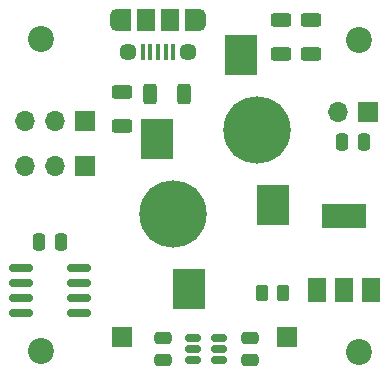
<source format=gts>
%TF.GenerationSoftware,KiCad,Pcbnew,(6.0.2)*%
%TF.CreationDate,2022-12-08T21:29:48-08:00*%
%TF.ProjectId,touch_sensor_light,746f7563-685f-4736-956e-736f725f6c69,rev?*%
%TF.SameCoordinates,Original*%
%TF.FileFunction,Soldermask,Top*%
%TF.FilePolarity,Negative*%
%FSLAX46Y46*%
G04 Gerber Fmt 4.6, Leading zero omitted, Abs format (unit mm)*
G04 Created by KiCad (PCBNEW (6.0.2)) date 2022-12-08 21:29:48*
%MOMM*%
%LPD*%
G01*
G04 APERTURE LIST*
G04 Aperture macros list*
%AMRoundRect*
0 Rectangle with rounded corners*
0 $1 Rounding radius*
0 $2 $3 $4 $5 $6 $7 $8 $9 X,Y pos of 4 corners*
0 Add a 4 corners polygon primitive as box body*
4,1,4,$2,$3,$4,$5,$6,$7,$8,$9,$2,$3,0*
0 Add four circle primitives for the rounded corners*
1,1,$1+$1,$2,$3*
1,1,$1+$1,$4,$5*
1,1,$1+$1,$6,$7*
1,1,$1+$1,$8,$9*
0 Add four rect primitives between the rounded corners*
20,1,$1+$1,$2,$3,$4,$5,0*
20,1,$1+$1,$4,$5,$6,$7,0*
20,1,$1+$1,$6,$7,$8,$9,0*
20,1,$1+$1,$8,$9,$2,$3,0*%
G04 Aperture macros list end*
%ADD10RoundRect,0.250000X0.250000X0.475000X-0.250000X0.475000X-0.250000X-0.475000X0.250000X-0.475000X0*%
%ADD11R,1.700000X1.700000*%
%ADD12R,1.500000X2.000000*%
%ADD13R,3.800000X2.000000*%
%ADD14O,1.700000X1.700000*%
%ADD15RoundRect,0.250000X-0.625000X0.312500X-0.625000X-0.312500X0.625000X-0.312500X0.625000X0.312500X0*%
%ADD16C,2.200000*%
%ADD17RoundRect,0.250000X0.312500X0.625000X-0.312500X0.625000X-0.312500X-0.625000X0.312500X-0.625000X0*%
%ADD18RoundRect,0.150000X-0.825000X-0.150000X0.825000X-0.150000X0.825000X0.150000X-0.825000X0.150000X0*%
%ADD19R,0.400000X1.350000*%
%ADD20C,1.450000*%
%ADD21O,1.200000X1.900000*%
%ADD22R,1.200000X1.900000*%
%ADD23R,1.500000X1.900000*%
%ADD24R,2.700000X3.500000*%
%ADD25C,5.700000*%
%ADD26RoundRect,0.250000X-0.250000X-0.475000X0.250000X-0.475000X0.250000X0.475000X-0.250000X0.475000X0*%
%ADD27RoundRect,0.250000X-0.475000X0.250000X-0.475000X-0.250000X0.475000X-0.250000X0.475000X0.250000X0*%
%ADD28RoundRect,0.150000X-0.512500X-0.150000X0.512500X-0.150000X0.512500X0.150000X-0.512500X0.150000X0*%
%ADD29RoundRect,0.250000X-0.262500X-0.450000X0.262500X-0.450000X0.262500X0.450000X-0.262500X0.450000X0*%
%ADD30RoundRect,0.250000X0.475000X-0.250000X0.475000X0.250000X-0.475000X0.250000X-0.475000X-0.250000X0*%
G04 APERTURE END LIST*
D10*
%TO.C,C4*%
X136078000Y-59182000D03*
X134178000Y-59182000D03*
%TD*%
D11*
%TO.C,J6*%
X129540000Y-75692000D03*
%TD*%
D12*
%TO.C,Q1*%
X132066000Y-71730000D03*
X134366000Y-71730000D03*
D13*
X134366000Y-65430000D03*
D12*
X136666000Y-71730000D03*
%TD*%
D11*
%TO.C,J1*%
X136398000Y-56642000D03*
D14*
X133858000Y-56642000D03*
%TD*%
D15*
%TO.C,R1*%
X131572000Y-48829500D03*
X131572000Y-51754500D03*
%TD*%
D16*
%TO.C,H1*%
X108686600Y-76911200D03*
%TD*%
%TO.C,H2*%
X108686600Y-50495200D03*
%TD*%
%TO.C,H3*%
X135636000Y-76962000D03*
%TD*%
D17*
%TO.C,R4*%
X120842500Y-55118000D03*
X117917500Y-55118000D03*
%TD*%
D18*
%TO.C,U1*%
X106999000Y-69850000D03*
X106999000Y-71120000D03*
X106999000Y-72390000D03*
X106999000Y-73660000D03*
X111949000Y-73660000D03*
X111949000Y-72390000D03*
X111949000Y-71120000D03*
X111949000Y-69850000D03*
%TD*%
D19*
%TO.C,J5*%
X119918000Y-51582500D03*
X119268000Y-51582500D03*
X118618000Y-51582500D03*
X117968000Y-51582500D03*
X117318000Y-51582500D03*
D20*
X121118000Y-51582500D03*
D21*
X122118000Y-48882500D03*
D22*
X121518000Y-48882500D03*
D20*
X116118000Y-51582500D03*
D23*
X119618000Y-48882500D03*
D22*
X115718000Y-48882500D03*
D21*
X115118000Y-48882500D03*
D23*
X117618000Y-48882500D03*
%TD*%
D11*
%TO.C,J4*%
X115570000Y-75692000D03*
%TD*%
D24*
%TO.C,D1*%
X121238000Y-71628000D03*
X118538000Y-58928000D03*
D25*
X119888000Y-65278000D03*
%TD*%
D26*
%TO.C,C1*%
X108524000Y-67691000D03*
X110424000Y-67691000D03*
%TD*%
D11*
%TO.C,J2*%
X112395000Y-61214000D03*
D14*
X109855000Y-61214000D03*
X107315000Y-61214000D03*
%TD*%
D27*
%TO.C,C3*%
X119075200Y-75758000D03*
X119075200Y-77658000D03*
%TD*%
D11*
%TO.C,J3*%
X112410000Y-57379000D03*
D14*
X109870000Y-57379000D03*
X107330000Y-57379000D03*
%TD*%
D15*
%TO.C,R2*%
X115570000Y-54925500D03*
X115570000Y-57850500D03*
%TD*%
D24*
%TO.C,D2*%
X128350000Y-64516000D03*
X125650000Y-51816000D03*
D25*
X127000000Y-58166000D03*
%TD*%
D28*
%TO.C,U2*%
X121544500Y-75758000D03*
X121544500Y-76708000D03*
X121544500Y-77658000D03*
X123819500Y-77658000D03*
X123819500Y-76708000D03*
X123819500Y-75758000D03*
%TD*%
D29*
%TO.C,R3*%
X127408300Y-72009000D03*
X129233300Y-72009000D03*
%TD*%
D15*
%TO.C,R5*%
X129032000Y-48829500D03*
X129032000Y-51754500D03*
%TD*%
D16*
%TO.C,H4*%
X135636000Y-50546000D03*
%TD*%
D30*
%TO.C,C2*%
X126441200Y-77658000D03*
X126441200Y-75758000D03*
%TD*%
M02*

</source>
